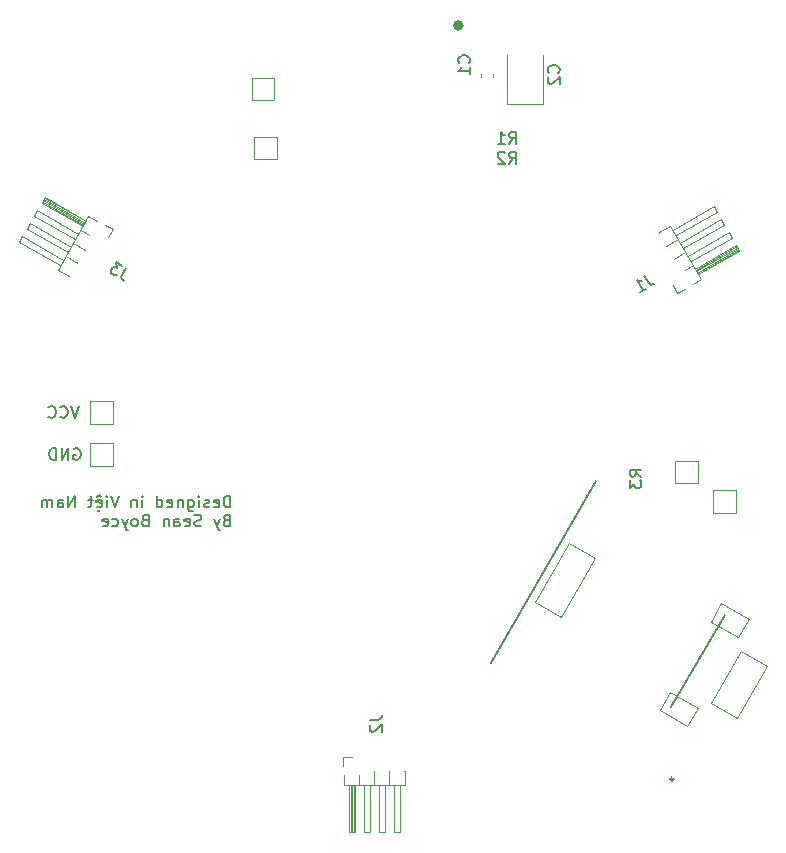
<source format=gbr>
%TF.GenerationSoftware,KiCad,Pcbnew,7.0.10-7.0.10~ubuntu22.04.1*%
%TF.CreationDate,2025-04-20T11:35:09+07:00*%
%TF.ProjectId,Catancenter,43617461-6e63-4656-9e74-65722e6b6963,rev?*%
%TF.SameCoordinates,Original*%
%TF.FileFunction,Legend,Bot*%
%TF.FilePolarity,Positive*%
%FSLAX46Y46*%
G04 Gerber Fmt 4.6, Leading zero omitted, Abs format (unit mm)*
G04 Created by KiCad (PCBNEW 7.0.10-7.0.10~ubuntu22.04.1) date 2025-04-20 11:35:09*
%MOMM*%
%LPD*%
G01*
G04 APERTURE LIST*
%ADD10C,0.150000*%
%ADD11C,0.120000*%
%ADD12C,0.127000*%
%ADD13C,0.066040*%
%ADD14C,0.254000*%
%ADD15C,0.500000*%
G04 APERTURE END LIST*
D10*
X72027820Y-84442019D02*
X72027820Y-83442019D01*
X72027820Y-83442019D02*
X71789725Y-83442019D01*
X71789725Y-83442019D02*
X71646868Y-83489638D01*
X71646868Y-83489638D02*
X71551630Y-83584876D01*
X71551630Y-83584876D02*
X71504011Y-83680114D01*
X71504011Y-83680114D02*
X71456392Y-83870590D01*
X71456392Y-83870590D02*
X71456392Y-84013447D01*
X71456392Y-84013447D02*
X71504011Y-84203923D01*
X71504011Y-84203923D02*
X71551630Y-84299161D01*
X71551630Y-84299161D02*
X71646868Y-84394400D01*
X71646868Y-84394400D02*
X71789725Y-84442019D01*
X71789725Y-84442019D02*
X72027820Y-84442019D01*
X70646868Y-84394400D02*
X70742106Y-84442019D01*
X70742106Y-84442019D02*
X70932582Y-84442019D01*
X70932582Y-84442019D02*
X71027820Y-84394400D01*
X71027820Y-84394400D02*
X71075439Y-84299161D01*
X71075439Y-84299161D02*
X71075439Y-83918209D01*
X71075439Y-83918209D02*
X71027820Y-83822971D01*
X71027820Y-83822971D02*
X70932582Y-83775352D01*
X70932582Y-83775352D02*
X70742106Y-83775352D01*
X70742106Y-83775352D02*
X70646868Y-83822971D01*
X70646868Y-83822971D02*
X70599249Y-83918209D01*
X70599249Y-83918209D02*
X70599249Y-84013447D01*
X70599249Y-84013447D02*
X71075439Y-84108685D01*
X70218296Y-84394400D02*
X70123058Y-84442019D01*
X70123058Y-84442019D02*
X69932582Y-84442019D01*
X69932582Y-84442019D02*
X69837344Y-84394400D01*
X69837344Y-84394400D02*
X69789725Y-84299161D01*
X69789725Y-84299161D02*
X69789725Y-84251542D01*
X69789725Y-84251542D02*
X69837344Y-84156304D01*
X69837344Y-84156304D02*
X69932582Y-84108685D01*
X69932582Y-84108685D02*
X70075439Y-84108685D01*
X70075439Y-84108685D02*
X70170677Y-84061066D01*
X70170677Y-84061066D02*
X70218296Y-83965828D01*
X70218296Y-83965828D02*
X70218296Y-83918209D01*
X70218296Y-83918209D02*
X70170677Y-83822971D01*
X70170677Y-83822971D02*
X70075439Y-83775352D01*
X70075439Y-83775352D02*
X69932582Y-83775352D01*
X69932582Y-83775352D02*
X69837344Y-83822971D01*
X69361153Y-84442019D02*
X69361153Y-83775352D01*
X69361153Y-83442019D02*
X69408772Y-83489638D01*
X69408772Y-83489638D02*
X69361153Y-83537257D01*
X69361153Y-83537257D02*
X69313534Y-83489638D01*
X69313534Y-83489638D02*
X69361153Y-83442019D01*
X69361153Y-83442019D02*
X69361153Y-83537257D01*
X68456392Y-83775352D02*
X68456392Y-84584876D01*
X68456392Y-84584876D02*
X68504011Y-84680114D01*
X68504011Y-84680114D02*
X68551630Y-84727733D01*
X68551630Y-84727733D02*
X68646868Y-84775352D01*
X68646868Y-84775352D02*
X68789725Y-84775352D01*
X68789725Y-84775352D02*
X68884963Y-84727733D01*
X68456392Y-84394400D02*
X68551630Y-84442019D01*
X68551630Y-84442019D02*
X68742106Y-84442019D01*
X68742106Y-84442019D02*
X68837344Y-84394400D01*
X68837344Y-84394400D02*
X68884963Y-84346780D01*
X68884963Y-84346780D02*
X68932582Y-84251542D01*
X68932582Y-84251542D02*
X68932582Y-83965828D01*
X68932582Y-83965828D02*
X68884963Y-83870590D01*
X68884963Y-83870590D02*
X68837344Y-83822971D01*
X68837344Y-83822971D02*
X68742106Y-83775352D01*
X68742106Y-83775352D02*
X68551630Y-83775352D01*
X68551630Y-83775352D02*
X68456392Y-83822971D01*
X67980201Y-83775352D02*
X67980201Y-84442019D01*
X67980201Y-83870590D02*
X67932582Y-83822971D01*
X67932582Y-83822971D02*
X67837344Y-83775352D01*
X67837344Y-83775352D02*
X67694487Y-83775352D01*
X67694487Y-83775352D02*
X67599249Y-83822971D01*
X67599249Y-83822971D02*
X67551630Y-83918209D01*
X67551630Y-83918209D02*
X67551630Y-84442019D01*
X66694487Y-84394400D02*
X66789725Y-84442019D01*
X66789725Y-84442019D02*
X66980201Y-84442019D01*
X66980201Y-84442019D02*
X67075439Y-84394400D01*
X67075439Y-84394400D02*
X67123058Y-84299161D01*
X67123058Y-84299161D02*
X67123058Y-83918209D01*
X67123058Y-83918209D02*
X67075439Y-83822971D01*
X67075439Y-83822971D02*
X66980201Y-83775352D01*
X66980201Y-83775352D02*
X66789725Y-83775352D01*
X66789725Y-83775352D02*
X66694487Y-83822971D01*
X66694487Y-83822971D02*
X66646868Y-83918209D01*
X66646868Y-83918209D02*
X66646868Y-84013447D01*
X66646868Y-84013447D02*
X67123058Y-84108685D01*
X65789725Y-84442019D02*
X65789725Y-83442019D01*
X65789725Y-84394400D02*
X65884963Y-84442019D01*
X65884963Y-84442019D02*
X66075439Y-84442019D01*
X66075439Y-84442019D02*
X66170677Y-84394400D01*
X66170677Y-84394400D02*
X66218296Y-84346780D01*
X66218296Y-84346780D02*
X66265915Y-84251542D01*
X66265915Y-84251542D02*
X66265915Y-83965828D01*
X66265915Y-83965828D02*
X66218296Y-83870590D01*
X66218296Y-83870590D02*
X66170677Y-83822971D01*
X66170677Y-83822971D02*
X66075439Y-83775352D01*
X66075439Y-83775352D02*
X65884963Y-83775352D01*
X65884963Y-83775352D02*
X65789725Y-83822971D01*
X64551629Y-84442019D02*
X64551629Y-83775352D01*
X64551629Y-83442019D02*
X64599248Y-83489638D01*
X64599248Y-83489638D02*
X64551629Y-83537257D01*
X64551629Y-83537257D02*
X64504010Y-83489638D01*
X64504010Y-83489638D02*
X64551629Y-83442019D01*
X64551629Y-83442019D02*
X64551629Y-83537257D01*
X64075439Y-83775352D02*
X64075439Y-84442019D01*
X64075439Y-83870590D02*
X64027820Y-83822971D01*
X64027820Y-83822971D02*
X63932582Y-83775352D01*
X63932582Y-83775352D02*
X63789725Y-83775352D01*
X63789725Y-83775352D02*
X63694487Y-83822971D01*
X63694487Y-83822971D02*
X63646868Y-83918209D01*
X63646868Y-83918209D02*
X63646868Y-84442019D01*
X62551629Y-83442019D02*
X62218296Y-84442019D01*
X62218296Y-84442019D02*
X61884963Y-83442019D01*
X61551629Y-84442019D02*
X61551629Y-83775352D01*
X61551629Y-83442019D02*
X61599248Y-83489638D01*
X61599248Y-83489638D02*
X61551629Y-83537257D01*
X61551629Y-83537257D02*
X61504010Y-83489638D01*
X61504010Y-83489638D02*
X61551629Y-83442019D01*
X61551629Y-83442019D02*
X61551629Y-83537257D01*
X60694487Y-84394400D02*
X60789725Y-84442019D01*
X60789725Y-84442019D02*
X60980201Y-84442019D01*
X60980201Y-84442019D02*
X61075439Y-84394400D01*
X61075439Y-84394400D02*
X61123058Y-84299161D01*
X61123058Y-84299161D02*
X61123058Y-83918209D01*
X61123058Y-83918209D02*
X61075439Y-83822971D01*
X61075439Y-83822971D02*
X60980201Y-83775352D01*
X60980201Y-83775352D02*
X60789725Y-83775352D01*
X60789725Y-83775352D02*
X60694487Y-83822971D01*
X60694487Y-83822971D02*
X60646868Y-83918209D01*
X60646868Y-83918209D02*
X60646868Y-84013447D01*
X60646868Y-84013447D02*
X61123058Y-84108685D01*
X61075439Y-83537257D02*
X60884963Y-83394400D01*
X60884963Y-83394400D02*
X60694487Y-83537257D01*
X60884963Y-84775352D02*
X60837344Y-84727733D01*
X60837344Y-84727733D02*
X60884963Y-84680114D01*
X60884963Y-84680114D02*
X60932582Y-84727733D01*
X60932582Y-84727733D02*
X60884963Y-84775352D01*
X60884963Y-84775352D02*
X60884963Y-84680114D01*
X60361153Y-83775352D02*
X59980201Y-83775352D01*
X60218296Y-83442019D02*
X60218296Y-84299161D01*
X60218296Y-84299161D02*
X60170677Y-84394400D01*
X60170677Y-84394400D02*
X60075439Y-84442019D01*
X60075439Y-84442019D02*
X59980201Y-84442019D01*
X58884962Y-84442019D02*
X58884962Y-83442019D01*
X58884962Y-83442019D02*
X58313534Y-84442019D01*
X58313534Y-84442019D02*
X58313534Y-83442019D01*
X57408772Y-84442019D02*
X57408772Y-83918209D01*
X57408772Y-83918209D02*
X57456391Y-83822971D01*
X57456391Y-83822971D02*
X57551629Y-83775352D01*
X57551629Y-83775352D02*
X57742105Y-83775352D01*
X57742105Y-83775352D02*
X57837343Y-83822971D01*
X57408772Y-84394400D02*
X57504010Y-84442019D01*
X57504010Y-84442019D02*
X57742105Y-84442019D01*
X57742105Y-84442019D02*
X57837343Y-84394400D01*
X57837343Y-84394400D02*
X57884962Y-84299161D01*
X57884962Y-84299161D02*
X57884962Y-84203923D01*
X57884962Y-84203923D02*
X57837343Y-84108685D01*
X57837343Y-84108685D02*
X57742105Y-84061066D01*
X57742105Y-84061066D02*
X57504010Y-84061066D01*
X57504010Y-84061066D02*
X57408772Y-84013447D01*
X56932581Y-84442019D02*
X56932581Y-83775352D01*
X56932581Y-83870590D02*
X56884962Y-83822971D01*
X56884962Y-83822971D02*
X56789724Y-83775352D01*
X56789724Y-83775352D02*
X56646867Y-83775352D01*
X56646867Y-83775352D02*
X56551629Y-83822971D01*
X56551629Y-83822971D02*
X56504010Y-83918209D01*
X56504010Y-83918209D02*
X56504010Y-84442019D01*
X56504010Y-83918209D02*
X56456391Y-83822971D01*
X56456391Y-83822971D02*
X56361153Y-83775352D01*
X56361153Y-83775352D02*
X56218296Y-83775352D01*
X56218296Y-83775352D02*
X56123057Y-83822971D01*
X56123057Y-83822971D02*
X56075438Y-83918209D01*
X56075438Y-83918209D02*
X56075438Y-84442019D01*
X71694487Y-85528209D02*
X71551630Y-85575828D01*
X71551630Y-85575828D02*
X71504011Y-85623447D01*
X71504011Y-85623447D02*
X71456392Y-85718685D01*
X71456392Y-85718685D02*
X71456392Y-85861542D01*
X71456392Y-85861542D02*
X71504011Y-85956780D01*
X71504011Y-85956780D02*
X71551630Y-86004400D01*
X71551630Y-86004400D02*
X71646868Y-86052019D01*
X71646868Y-86052019D02*
X72027820Y-86052019D01*
X72027820Y-86052019D02*
X72027820Y-85052019D01*
X72027820Y-85052019D02*
X71694487Y-85052019D01*
X71694487Y-85052019D02*
X71599249Y-85099638D01*
X71599249Y-85099638D02*
X71551630Y-85147257D01*
X71551630Y-85147257D02*
X71504011Y-85242495D01*
X71504011Y-85242495D02*
X71504011Y-85337733D01*
X71504011Y-85337733D02*
X71551630Y-85432971D01*
X71551630Y-85432971D02*
X71599249Y-85480590D01*
X71599249Y-85480590D02*
X71694487Y-85528209D01*
X71694487Y-85528209D02*
X72027820Y-85528209D01*
X71123058Y-85385352D02*
X70884963Y-86052019D01*
X70646868Y-85385352D02*
X70884963Y-86052019D01*
X70884963Y-86052019D02*
X70980201Y-86290114D01*
X70980201Y-86290114D02*
X71027820Y-86337733D01*
X71027820Y-86337733D02*
X71123058Y-86385352D01*
X69551629Y-86004400D02*
X69408772Y-86052019D01*
X69408772Y-86052019D02*
X69170677Y-86052019D01*
X69170677Y-86052019D02*
X69075439Y-86004400D01*
X69075439Y-86004400D02*
X69027820Y-85956780D01*
X69027820Y-85956780D02*
X68980201Y-85861542D01*
X68980201Y-85861542D02*
X68980201Y-85766304D01*
X68980201Y-85766304D02*
X69027820Y-85671066D01*
X69027820Y-85671066D02*
X69075439Y-85623447D01*
X69075439Y-85623447D02*
X69170677Y-85575828D01*
X69170677Y-85575828D02*
X69361153Y-85528209D01*
X69361153Y-85528209D02*
X69456391Y-85480590D01*
X69456391Y-85480590D02*
X69504010Y-85432971D01*
X69504010Y-85432971D02*
X69551629Y-85337733D01*
X69551629Y-85337733D02*
X69551629Y-85242495D01*
X69551629Y-85242495D02*
X69504010Y-85147257D01*
X69504010Y-85147257D02*
X69456391Y-85099638D01*
X69456391Y-85099638D02*
X69361153Y-85052019D01*
X69361153Y-85052019D02*
X69123058Y-85052019D01*
X69123058Y-85052019D02*
X68980201Y-85099638D01*
X68170677Y-86004400D02*
X68265915Y-86052019D01*
X68265915Y-86052019D02*
X68456391Y-86052019D01*
X68456391Y-86052019D02*
X68551629Y-86004400D01*
X68551629Y-86004400D02*
X68599248Y-85909161D01*
X68599248Y-85909161D02*
X68599248Y-85528209D01*
X68599248Y-85528209D02*
X68551629Y-85432971D01*
X68551629Y-85432971D02*
X68456391Y-85385352D01*
X68456391Y-85385352D02*
X68265915Y-85385352D01*
X68265915Y-85385352D02*
X68170677Y-85432971D01*
X68170677Y-85432971D02*
X68123058Y-85528209D01*
X68123058Y-85528209D02*
X68123058Y-85623447D01*
X68123058Y-85623447D02*
X68599248Y-85718685D01*
X67265915Y-86052019D02*
X67265915Y-85528209D01*
X67265915Y-85528209D02*
X67313534Y-85432971D01*
X67313534Y-85432971D02*
X67408772Y-85385352D01*
X67408772Y-85385352D02*
X67599248Y-85385352D01*
X67599248Y-85385352D02*
X67694486Y-85432971D01*
X67265915Y-86004400D02*
X67361153Y-86052019D01*
X67361153Y-86052019D02*
X67599248Y-86052019D01*
X67599248Y-86052019D02*
X67694486Y-86004400D01*
X67694486Y-86004400D02*
X67742105Y-85909161D01*
X67742105Y-85909161D02*
X67742105Y-85813923D01*
X67742105Y-85813923D02*
X67694486Y-85718685D01*
X67694486Y-85718685D02*
X67599248Y-85671066D01*
X67599248Y-85671066D02*
X67361153Y-85671066D01*
X67361153Y-85671066D02*
X67265915Y-85623447D01*
X66789724Y-85385352D02*
X66789724Y-86052019D01*
X66789724Y-85480590D02*
X66742105Y-85432971D01*
X66742105Y-85432971D02*
X66646867Y-85385352D01*
X66646867Y-85385352D02*
X66504010Y-85385352D01*
X66504010Y-85385352D02*
X66408772Y-85432971D01*
X66408772Y-85432971D02*
X66361153Y-85528209D01*
X66361153Y-85528209D02*
X66361153Y-86052019D01*
X64789724Y-85528209D02*
X64646867Y-85575828D01*
X64646867Y-85575828D02*
X64599248Y-85623447D01*
X64599248Y-85623447D02*
X64551629Y-85718685D01*
X64551629Y-85718685D02*
X64551629Y-85861542D01*
X64551629Y-85861542D02*
X64599248Y-85956780D01*
X64599248Y-85956780D02*
X64646867Y-86004400D01*
X64646867Y-86004400D02*
X64742105Y-86052019D01*
X64742105Y-86052019D02*
X65123057Y-86052019D01*
X65123057Y-86052019D02*
X65123057Y-85052019D01*
X65123057Y-85052019D02*
X64789724Y-85052019D01*
X64789724Y-85052019D02*
X64694486Y-85099638D01*
X64694486Y-85099638D02*
X64646867Y-85147257D01*
X64646867Y-85147257D02*
X64599248Y-85242495D01*
X64599248Y-85242495D02*
X64599248Y-85337733D01*
X64599248Y-85337733D02*
X64646867Y-85432971D01*
X64646867Y-85432971D02*
X64694486Y-85480590D01*
X64694486Y-85480590D02*
X64789724Y-85528209D01*
X64789724Y-85528209D02*
X65123057Y-85528209D01*
X63980200Y-86052019D02*
X64075438Y-86004400D01*
X64075438Y-86004400D02*
X64123057Y-85956780D01*
X64123057Y-85956780D02*
X64170676Y-85861542D01*
X64170676Y-85861542D02*
X64170676Y-85575828D01*
X64170676Y-85575828D02*
X64123057Y-85480590D01*
X64123057Y-85480590D02*
X64075438Y-85432971D01*
X64075438Y-85432971D02*
X63980200Y-85385352D01*
X63980200Y-85385352D02*
X63837343Y-85385352D01*
X63837343Y-85385352D02*
X63742105Y-85432971D01*
X63742105Y-85432971D02*
X63694486Y-85480590D01*
X63694486Y-85480590D02*
X63646867Y-85575828D01*
X63646867Y-85575828D02*
X63646867Y-85861542D01*
X63646867Y-85861542D02*
X63694486Y-85956780D01*
X63694486Y-85956780D02*
X63742105Y-86004400D01*
X63742105Y-86004400D02*
X63837343Y-86052019D01*
X63837343Y-86052019D02*
X63980200Y-86052019D01*
X63313533Y-85385352D02*
X63075438Y-86052019D01*
X62837343Y-85385352D02*
X63075438Y-86052019D01*
X63075438Y-86052019D02*
X63170676Y-86290114D01*
X63170676Y-86290114D02*
X63218295Y-86337733D01*
X63218295Y-86337733D02*
X63313533Y-86385352D01*
X62027819Y-86004400D02*
X62123057Y-86052019D01*
X62123057Y-86052019D02*
X62313533Y-86052019D01*
X62313533Y-86052019D02*
X62408771Y-86004400D01*
X62408771Y-86004400D02*
X62456390Y-85956780D01*
X62456390Y-85956780D02*
X62504009Y-85861542D01*
X62504009Y-85861542D02*
X62504009Y-85575828D01*
X62504009Y-85575828D02*
X62456390Y-85480590D01*
X62456390Y-85480590D02*
X62408771Y-85432971D01*
X62408771Y-85432971D02*
X62313533Y-85385352D01*
X62313533Y-85385352D02*
X62123057Y-85385352D01*
X62123057Y-85385352D02*
X62027819Y-85432971D01*
X61218295Y-86004400D02*
X61313533Y-86052019D01*
X61313533Y-86052019D02*
X61504009Y-86052019D01*
X61504009Y-86052019D02*
X61599247Y-86004400D01*
X61599247Y-86004400D02*
X61646866Y-85909161D01*
X61646866Y-85909161D02*
X61646866Y-85528209D01*
X61646866Y-85528209D02*
X61599247Y-85432971D01*
X61599247Y-85432971D02*
X61504009Y-85385352D01*
X61504009Y-85385352D02*
X61313533Y-85385352D01*
X61313533Y-85385352D02*
X61218295Y-85432971D01*
X61218295Y-85432971D02*
X61170676Y-85528209D01*
X61170676Y-85528209D02*
X61170676Y-85623447D01*
X61170676Y-85623447D02*
X61646866Y-85718685D01*
X58775504Y-79461638D02*
X58870742Y-79414019D01*
X58870742Y-79414019D02*
X59013599Y-79414019D01*
X59013599Y-79414019D02*
X59156456Y-79461638D01*
X59156456Y-79461638D02*
X59251694Y-79556876D01*
X59251694Y-79556876D02*
X59299313Y-79652114D01*
X59299313Y-79652114D02*
X59346932Y-79842590D01*
X59346932Y-79842590D02*
X59346932Y-79985447D01*
X59346932Y-79985447D02*
X59299313Y-80175923D01*
X59299313Y-80175923D02*
X59251694Y-80271161D01*
X59251694Y-80271161D02*
X59156456Y-80366400D01*
X59156456Y-80366400D02*
X59013599Y-80414019D01*
X59013599Y-80414019D02*
X58918361Y-80414019D01*
X58918361Y-80414019D02*
X58775504Y-80366400D01*
X58775504Y-80366400D02*
X58727885Y-80318780D01*
X58727885Y-80318780D02*
X58727885Y-79985447D01*
X58727885Y-79985447D02*
X58918361Y-79985447D01*
X58299313Y-80414019D02*
X58299313Y-79414019D01*
X58299313Y-79414019D02*
X57727885Y-80414019D01*
X57727885Y-80414019D02*
X57727885Y-79414019D01*
X57251694Y-80414019D02*
X57251694Y-79414019D01*
X57251694Y-79414019D02*
X57013599Y-79414019D01*
X57013599Y-79414019D02*
X56870742Y-79461638D01*
X56870742Y-79461638D02*
X56775504Y-79556876D01*
X56775504Y-79556876D02*
X56727885Y-79652114D01*
X56727885Y-79652114D02*
X56680266Y-79842590D01*
X56680266Y-79842590D02*
X56680266Y-79985447D01*
X56680266Y-79985447D02*
X56727885Y-80175923D01*
X56727885Y-80175923D02*
X56775504Y-80271161D01*
X56775504Y-80271161D02*
X56870742Y-80366400D01*
X56870742Y-80366400D02*
X57013599Y-80414019D01*
X57013599Y-80414019D02*
X57251694Y-80414019D01*
X107077084Y-64842393D02*
X107434227Y-65460983D01*
X107434227Y-65460983D02*
X107546895Y-65560891D01*
X107546895Y-65560891D02*
X107676993Y-65595751D01*
X107676993Y-65595751D02*
X107824520Y-65565561D01*
X107824520Y-65565561D02*
X107906999Y-65517942D01*
X106711059Y-66208419D02*
X107205930Y-65922704D01*
X106958495Y-66065562D02*
X106458495Y-65199536D01*
X106458495Y-65199536D02*
X106612402Y-65275635D01*
X106612402Y-65275635D02*
X106742499Y-65310495D01*
X106742499Y-65310495D02*
X106848787Y-65304115D01*
X106820619Y-81828533D02*
X106344428Y-81495200D01*
X106820619Y-81257105D02*
X105820619Y-81257105D01*
X105820619Y-81257105D02*
X105820619Y-81638057D01*
X105820619Y-81638057D02*
X105868238Y-81733295D01*
X105868238Y-81733295D02*
X105915857Y-81780914D01*
X105915857Y-81780914D02*
X106011095Y-81828533D01*
X106011095Y-81828533D02*
X106153952Y-81828533D01*
X106153952Y-81828533D02*
X106249190Y-81780914D01*
X106249190Y-81780914D02*
X106296809Y-81733295D01*
X106296809Y-81733295D02*
X106344428Y-81638057D01*
X106344428Y-81638057D02*
X106344428Y-81257105D01*
X105820619Y-82161867D02*
X105820619Y-82780914D01*
X105820619Y-82780914D02*
X106201571Y-82447581D01*
X106201571Y-82447581D02*
X106201571Y-82590438D01*
X106201571Y-82590438D02*
X106249190Y-82685676D01*
X106249190Y-82685676D02*
X106296809Y-82733295D01*
X106296809Y-82733295D02*
X106392047Y-82780914D01*
X106392047Y-82780914D02*
X106630142Y-82780914D01*
X106630142Y-82780914D02*
X106725380Y-82733295D01*
X106725380Y-82733295D02*
X106773000Y-82685676D01*
X106773000Y-82685676D02*
X106820619Y-82590438D01*
X106820619Y-82590438D02*
X106820619Y-82304724D01*
X106820619Y-82304724D02*
X106773000Y-82209486D01*
X106773000Y-82209486D02*
X106725380Y-82161867D01*
X95619866Y-53642419D02*
X95953199Y-53166228D01*
X96191294Y-53642419D02*
X96191294Y-52642419D01*
X96191294Y-52642419D02*
X95810342Y-52642419D01*
X95810342Y-52642419D02*
X95715104Y-52690038D01*
X95715104Y-52690038D02*
X95667485Y-52737657D01*
X95667485Y-52737657D02*
X95619866Y-52832895D01*
X95619866Y-52832895D02*
X95619866Y-52975752D01*
X95619866Y-52975752D02*
X95667485Y-53070990D01*
X95667485Y-53070990D02*
X95715104Y-53118609D01*
X95715104Y-53118609D02*
X95810342Y-53166228D01*
X95810342Y-53166228D02*
X96191294Y-53166228D01*
X94667485Y-53642419D02*
X95238913Y-53642419D01*
X94953199Y-53642419D02*
X94953199Y-52642419D01*
X94953199Y-52642419D02*
X95048437Y-52785276D01*
X95048437Y-52785276D02*
X95143675Y-52880514D01*
X95143675Y-52880514D02*
X95238913Y-52928133D01*
X63172265Y-64185126D02*
X62815122Y-64803715D01*
X62815122Y-64803715D02*
X62784933Y-64951243D01*
X62784933Y-64951243D02*
X62819793Y-65081340D01*
X62819793Y-65081340D02*
X62919701Y-65194008D01*
X62919701Y-65194008D02*
X63002180Y-65241627D01*
X62842351Y-63994649D02*
X62306240Y-63685126D01*
X62306240Y-63685126D02*
X62404439Y-64181707D01*
X62404439Y-64181707D02*
X62280721Y-64110278D01*
X62280721Y-64110278D02*
X62174433Y-64103898D01*
X62174433Y-64103898D02*
X62109384Y-64121328D01*
X62109384Y-64121328D02*
X62020525Y-64179997D01*
X62020525Y-64179997D02*
X61901478Y-64386194D01*
X61901478Y-64386194D02*
X61895098Y-64492482D01*
X61895098Y-64492482D02*
X61912528Y-64557531D01*
X61912528Y-64557531D02*
X61971197Y-64646389D01*
X61971197Y-64646389D02*
X62218633Y-64789246D01*
X62218633Y-64789246D02*
X62324921Y-64795626D01*
X62324921Y-64795626D02*
X62389970Y-64778196D01*
X59194532Y-75858019D02*
X58861199Y-76858019D01*
X58861199Y-76858019D02*
X58527866Y-75858019D01*
X57623104Y-76762780D02*
X57670723Y-76810400D01*
X57670723Y-76810400D02*
X57813580Y-76858019D01*
X57813580Y-76858019D02*
X57908818Y-76858019D01*
X57908818Y-76858019D02*
X58051675Y-76810400D01*
X58051675Y-76810400D02*
X58146913Y-76715161D01*
X58146913Y-76715161D02*
X58194532Y-76619923D01*
X58194532Y-76619923D02*
X58242151Y-76429447D01*
X58242151Y-76429447D02*
X58242151Y-76286590D01*
X58242151Y-76286590D02*
X58194532Y-76096114D01*
X58194532Y-76096114D02*
X58146913Y-76000876D01*
X58146913Y-76000876D02*
X58051675Y-75905638D01*
X58051675Y-75905638D02*
X57908818Y-75858019D01*
X57908818Y-75858019D02*
X57813580Y-75858019D01*
X57813580Y-75858019D02*
X57670723Y-75905638D01*
X57670723Y-75905638D02*
X57623104Y-75953257D01*
X56623104Y-76762780D02*
X56670723Y-76810400D01*
X56670723Y-76810400D02*
X56813580Y-76858019D01*
X56813580Y-76858019D02*
X56908818Y-76858019D01*
X56908818Y-76858019D02*
X57051675Y-76810400D01*
X57051675Y-76810400D02*
X57146913Y-76715161D01*
X57146913Y-76715161D02*
X57194532Y-76619923D01*
X57194532Y-76619923D02*
X57242151Y-76429447D01*
X57242151Y-76429447D02*
X57242151Y-76286590D01*
X57242151Y-76286590D02*
X57194532Y-76096114D01*
X57194532Y-76096114D02*
X57146913Y-76000876D01*
X57146913Y-76000876D02*
X57051675Y-75905638D01*
X57051675Y-75905638D02*
X56908818Y-75858019D01*
X56908818Y-75858019D02*
X56813580Y-75858019D01*
X56813580Y-75858019D02*
X56670723Y-75905638D01*
X56670723Y-75905638D02*
X56623104Y-75953257D01*
X92231380Y-46797933D02*
X92279000Y-46750314D01*
X92279000Y-46750314D02*
X92326619Y-46607457D01*
X92326619Y-46607457D02*
X92326619Y-46512219D01*
X92326619Y-46512219D02*
X92279000Y-46369362D01*
X92279000Y-46369362D02*
X92183761Y-46274124D01*
X92183761Y-46274124D02*
X92088523Y-46226505D01*
X92088523Y-46226505D02*
X91898047Y-46178886D01*
X91898047Y-46178886D02*
X91755190Y-46178886D01*
X91755190Y-46178886D02*
X91564714Y-46226505D01*
X91564714Y-46226505D02*
X91469476Y-46274124D01*
X91469476Y-46274124D02*
X91374238Y-46369362D01*
X91374238Y-46369362D02*
X91326619Y-46512219D01*
X91326619Y-46512219D02*
X91326619Y-46607457D01*
X91326619Y-46607457D02*
X91374238Y-46750314D01*
X91374238Y-46750314D02*
X91421857Y-46797933D01*
X92326619Y-47750314D02*
X92326619Y-47178886D01*
X92326619Y-47464600D02*
X91326619Y-47464600D01*
X91326619Y-47464600D02*
X91469476Y-47369362D01*
X91469476Y-47369362D02*
X91564714Y-47274124D01*
X91564714Y-47274124D02*
X91612333Y-47178886D01*
X95619866Y-55344219D02*
X95953199Y-54868028D01*
X96191294Y-55344219D02*
X96191294Y-54344219D01*
X96191294Y-54344219D02*
X95810342Y-54344219D01*
X95810342Y-54344219D02*
X95715104Y-54391838D01*
X95715104Y-54391838D02*
X95667485Y-54439457D01*
X95667485Y-54439457D02*
X95619866Y-54534695D01*
X95619866Y-54534695D02*
X95619866Y-54677552D01*
X95619866Y-54677552D02*
X95667485Y-54772790D01*
X95667485Y-54772790D02*
X95715104Y-54820409D01*
X95715104Y-54820409D02*
X95810342Y-54868028D01*
X95810342Y-54868028D02*
X96191294Y-54868028D01*
X95238913Y-54439457D02*
X95191294Y-54391838D01*
X95191294Y-54391838D02*
X95096056Y-54344219D01*
X95096056Y-54344219D02*
X94857961Y-54344219D01*
X94857961Y-54344219D02*
X94762723Y-54391838D01*
X94762723Y-54391838D02*
X94715104Y-54439457D01*
X94715104Y-54439457D02*
X94667485Y-54534695D01*
X94667485Y-54534695D02*
X94667485Y-54629933D01*
X94667485Y-54629933D02*
X94715104Y-54772790D01*
X94715104Y-54772790D02*
X95286532Y-55344219D01*
X95286532Y-55344219D02*
X94667485Y-55344219D01*
X99800580Y-47636133D02*
X99848200Y-47588514D01*
X99848200Y-47588514D02*
X99895819Y-47445657D01*
X99895819Y-47445657D02*
X99895819Y-47350419D01*
X99895819Y-47350419D02*
X99848200Y-47207562D01*
X99848200Y-47207562D02*
X99752961Y-47112324D01*
X99752961Y-47112324D02*
X99657723Y-47064705D01*
X99657723Y-47064705D02*
X99467247Y-47017086D01*
X99467247Y-47017086D02*
X99324390Y-47017086D01*
X99324390Y-47017086D02*
X99133914Y-47064705D01*
X99133914Y-47064705D02*
X99038676Y-47112324D01*
X99038676Y-47112324D02*
X98943438Y-47207562D01*
X98943438Y-47207562D02*
X98895819Y-47350419D01*
X98895819Y-47350419D02*
X98895819Y-47445657D01*
X98895819Y-47445657D02*
X98943438Y-47588514D01*
X98943438Y-47588514D02*
X98991057Y-47636133D01*
X98991057Y-48017086D02*
X98943438Y-48064705D01*
X98943438Y-48064705D02*
X98895819Y-48159943D01*
X98895819Y-48159943D02*
X98895819Y-48398038D01*
X98895819Y-48398038D02*
X98943438Y-48493276D01*
X98943438Y-48493276D02*
X98991057Y-48540895D01*
X98991057Y-48540895D02*
X99086295Y-48588514D01*
X99086295Y-48588514D02*
X99181533Y-48588514D01*
X99181533Y-48588514D02*
X99324390Y-48540895D01*
X99324390Y-48540895D02*
X99895819Y-47969467D01*
X99895819Y-47969467D02*
X99895819Y-48588514D01*
X83833619Y-102435066D02*
X84547904Y-102435066D01*
X84547904Y-102435066D02*
X84690761Y-102387447D01*
X84690761Y-102387447D02*
X84786000Y-102292209D01*
X84786000Y-102292209D02*
X84833619Y-102149352D01*
X84833619Y-102149352D02*
X84833619Y-102054114D01*
X83928857Y-102863638D02*
X83881238Y-102911257D01*
X83881238Y-102911257D02*
X83833619Y-103006495D01*
X83833619Y-103006495D02*
X83833619Y-103244590D01*
X83833619Y-103244590D02*
X83881238Y-103339828D01*
X83881238Y-103339828D02*
X83928857Y-103387447D01*
X83928857Y-103387447D02*
X84024095Y-103435066D01*
X84024095Y-103435066D02*
X84119333Y-103435066D01*
X84119333Y-103435066D02*
X84262190Y-103387447D01*
X84262190Y-103387447D02*
X84833619Y-102816019D01*
X84833619Y-102816019D02*
X84833619Y-103435066D01*
D11*
%TO.C,GND*%
X62062400Y-80909200D02*
X62062400Y-79009200D01*
X62062400Y-79009200D02*
X60162400Y-79009200D01*
X60162400Y-80909200D02*
X62062400Y-80909200D01*
X60162400Y-79009200D02*
X60162400Y-80909200D01*
%TO.C,J1*%
X109494510Y-65645749D02*
X109874510Y-66303928D01*
X109874510Y-66303928D02*
X110532689Y-65923928D01*
X108281240Y-61144305D02*
X108318902Y-61209536D01*
X108946240Y-62296118D02*
X109916189Y-61736118D01*
X108953902Y-62309388D02*
X108938579Y-62282848D01*
X109581240Y-63395971D02*
X110551189Y-62835971D01*
X109588902Y-63409241D02*
X109573579Y-63382700D01*
X110493368Y-64335823D02*
X111186189Y-63935823D01*
X111158368Y-65487637D02*
X111851189Y-65087637D01*
X109251189Y-60584305D02*
X108281240Y-61144305D01*
X109728689Y-61411359D02*
X113192790Y-59411359D01*
X110363689Y-62511211D02*
X113827790Y-60511211D01*
X110998689Y-63611063D02*
X114462790Y-61611063D01*
X111423689Y-64347185D02*
X114887790Y-62347185D01*
X111483689Y-64451108D02*
X114947790Y-62451108D01*
X111543689Y-64555031D02*
X115007790Y-62555031D01*
X111603689Y-64658954D02*
X115067790Y-62658954D01*
X111633689Y-64710916D02*
X115097790Y-62710916D01*
X111851189Y-65087637D02*
X109251189Y-60584305D01*
X112932790Y-58961026D02*
X109468689Y-60961026D01*
X113192790Y-59411359D02*
X112932790Y-58961026D01*
X113567790Y-60060878D02*
X110103689Y-62060878D01*
X113827790Y-60511211D02*
X113567790Y-60060878D01*
X114202790Y-61160730D02*
X110738689Y-63160730D01*
X114462790Y-61611063D02*
X114202790Y-61160730D01*
X114837790Y-62260582D02*
X111373689Y-64260582D01*
X115097790Y-62710916D02*
X114837790Y-62260582D01*
%TO.C,J3*%
X61671091Y-61567452D02*
X62051091Y-60909273D01*
X62051091Y-60909273D02*
X61392912Y-60529273D01*
X58379361Y-64868896D02*
X58417022Y-64803665D01*
X59044361Y-63717083D02*
X58074412Y-63157083D01*
X59052022Y-63703813D02*
X59036699Y-63730353D01*
X59679361Y-62617230D02*
X58709412Y-62057230D01*
X59687022Y-62603960D02*
X59671699Y-62630501D01*
X60037233Y-61357378D02*
X59344412Y-60957378D01*
X60702233Y-60205564D02*
X60009412Y-59805564D01*
X57409412Y-64308896D02*
X58379361Y-64868896D01*
X57886912Y-63481842D02*
X54422811Y-61481842D01*
X58521912Y-62381990D02*
X55057811Y-60381990D01*
X59156912Y-61282138D02*
X55692811Y-59282138D01*
X59581912Y-60546016D02*
X56117811Y-58546016D01*
X59641912Y-60442093D02*
X56177811Y-58442093D01*
X59701912Y-60338170D02*
X56237811Y-58338170D01*
X59761912Y-60234247D02*
X56297811Y-58234247D01*
X59791912Y-60182285D02*
X56327811Y-58182285D01*
X60009412Y-59805564D02*
X57409412Y-64308896D01*
X54162811Y-61932175D02*
X57626912Y-63932175D01*
X54422811Y-61481842D02*
X54162811Y-61932175D01*
X54797811Y-60832323D02*
X58261912Y-62832323D01*
X55057811Y-60381990D02*
X54797811Y-60832323D01*
X55432811Y-59732471D02*
X58896912Y-61732471D01*
X55692811Y-59282138D02*
X55432811Y-59732471D01*
X56067811Y-58632619D02*
X59531912Y-60632619D01*
X56327811Y-58182285D02*
X56067811Y-58632619D01*
%TO.C,VCC*%
X62062400Y-77359200D02*
X62062400Y-75459200D01*
X62062400Y-75459200D02*
X60162400Y-75459200D01*
X60162400Y-77359200D02*
X62062400Y-77359200D01*
X60162400Y-75459200D02*
X60162400Y-77359200D01*
%TO.C,TP3*%
X75956200Y-54950400D02*
X75956200Y-53050400D01*
X75956200Y-53050400D02*
X74056200Y-53050400D01*
X74056200Y-54950400D02*
X75956200Y-54950400D01*
X74056200Y-53050400D02*
X74056200Y-54950400D01*
%TO.C,TP4*%
X75753000Y-49946600D02*
X75753000Y-48046600D01*
X75753000Y-48046600D02*
X73853000Y-48046600D01*
X73853000Y-49946600D02*
X75753000Y-49946600D01*
X73853000Y-48046600D02*
X73853000Y-49946600D01*
D12*
%TO.C,U3*%
X94120327Y-97606155D02*
X103019217Y-82192825D01*
D13*
X108387958Y-101590813D02*
X110699847Y-102925583D01*
X108387958Y-101590813D02*
X109276958Y-100051020D01*
X110699847Y-102925583D02*
X111588847Y-101385790D01*
X109276958Y-100051020D02*
X111588847Y-101385790D01*
X97845253Y-92424394D02*
X100044958Y-93694394D01*
X97845253Y-92424394D02*
X100702753Y-87475059D01*
X100044958Y-93694394D02*
X102902458Y-88745059D01*
X112693259Y-100996894D02*
X114892963Y-102266894D01*
X112693259Y-100996894D02*
X115233259Y-96597485D01*
X114892963Y-102266894D02*
X117432963Y-97867485D01*
X115233259Y-96597485D02*
X117432963Y-97867485D01*
X100702753Y-87475059D02*
X102902458Y-88745059D01*
X112705958Y-94111818D02*
X115017847Y-95446588D01*
X112705958Y-94111818D02*
X113594958Y-92572025D01*
X115017847Y-95446588D02*
X115906847Y-93906795D01*
D12*
X113867884Y-93542023D02*
X109368274Y-101335576D01*
D13*
X113594958Y-92572025D02*
X115906847Y-93906795D01*
D14*
X109530714Y-107456552D02*
G75*
G03*
X109276714Y-107456552I-127000J0D01*
G01*
X109276714Y-107456552D02*
G75*
G03*
X109530714Y-107456552I127000J0D01*
G01*
D15*
%TO.C,U1*%
X91517000Y-43637200D02*
G75*
G03*
X91117000Y-43637200I-200000J0D01*
G01*
X91117000Y-43637200D02*
G75*
G03*
X91517000Y-43637200I200000J0D01*
G01*
D11*
%TO.C,C1*%
X93216000Y-48019580D02*
X93216000Y-47738420D01*
X94236000Y-48019580D02*
X94236000Y-47738420D01*
%TO.C,TP2*%
X111592400Y-82407800D02*
X111592400Y-80507800D01*
X111592400Y-80507800D02*
X109692400Y-80507800D01*
X109692400Y-82407800D02*
X111592400Y-82407800D01*
X109692400Y-80507800D02*
X109692400Y-82407800D01*
%TO.C,C2*%
X95467200Y-50325500D02*
X95467200Y-46115500D01*
X98487200Y-50325500D02*
X95467200Y-50325500D01*
X98487200Y-46115500D02*
X98487200Y-50325500D01*
%TO.C,J2*%
X82301000Y-105603200D02*
X81541000Y-105603200D01*
X81541000Y-105603200D02*
X81541000Y-106363200D01*
X86806000Y-106803200D02*
X86730677Y-106803200D01*
X85476000Y-106803200D02*
X85476000Y-107923200D01*
X85460677Y-106803200D02*
X85491323Y-106803200D01*
X84206000Y-106803200D02*
X84206000Y-107923200D01*
X84190677Y-106803200D02*
X84221323Y-106803200D01*
X82936000Y-107123200D02*
X82936000Y-107923200D01*
X81606000Y-107123200D02*
X81606000Y-107923200D01*
X86806000Y-107923200D02*
X86806000Y-106803200D01*
X85851000Y-107923200D02*
X85851000Y-111923200D01*
X84581000Y-107923200D02*
X84581000Y-111923200D01*
X83311000Y-107923200D02*
X83311000Y-111923200D01*
X82461000Y-107923200D02*
X82461000Y-111923200D01*
X82341000Y-107923200D02*
X82341000Y-111923200D01*
X82221000Y-107923200D02*
X82221000Y-111923200D01*
X82101000Y-107923200D02*
X82101000Y-111923200D01*
X82041000Y-107923200D02*
X82041000Y-111923200D01*
X81606000Y-107923200D02*
X86806000Y-107923200D01*
X86371000Y-111923200D02*
X86371000Y-107923200D01*
X85851000Y-111923200D02*
X86371000Y-111923200D01*
X85101000Y-111923200D02*
X85101000Y-107923200D01*
X84581000Y-111923200D02*
X85101000Y-111923200D01*
X83831000Y-111923200D02*
X83831000Y-107923200D01*
X83311000Y-111923200D02*
X83831000Y-111923200D01*
X82561000Y-111923200D02*
X82561000Y-107923200D01*
X82041000Y-111923200D02*
X82561000Y-111923200D01*
%TO.C,TP1*%
X114792800Y-84897000D02*
X114792800Y-82997000D01*
X114792800Y-82997000D02*
X112892800Y-82997000D01*
X112892800Y-84897000D02*
X114792800Y-84897000D01*
X112892800Y-82997000D02*
X112892800Y-84897000D01*
%TD*%
M02*

</source>
